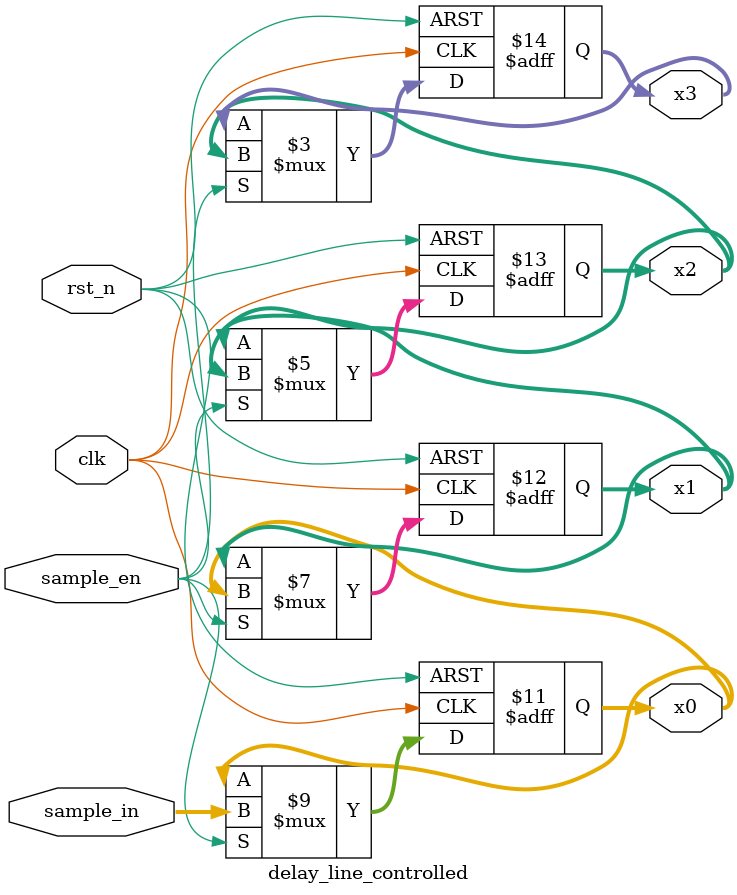
<source format=v>
`default_nettype none

module delay_line_controlled (
    input  wire        clk,
    input  wire        rst_n,
    input  wire        sample_en,    // NEW: only shift when enabled
    input  wire [7:0]  sample_in,
    output reg  [7:0]  x0,
    output reg  [7:0]  x1,
    output reg  [7:0]  x2,
    output reg  [7:0]  x3
);

    always @(posedge clk or negedge rst_n) begin
        if (!rst_n) begin
            x0 <= 8'b0;
            x1 <= 8'b0;
            x2 <= 8'b0;
            x3 <= 8'b0;
        end
        else if (sample_en) begin  // Only shift when sampling (not during register writes)
            x3 <= x2;
            x2 <= x1;
            x1 <= x0;
            x0 <= sample_in;
        end
        // else: hold values during register write operations
    end

endmodule

</source>
